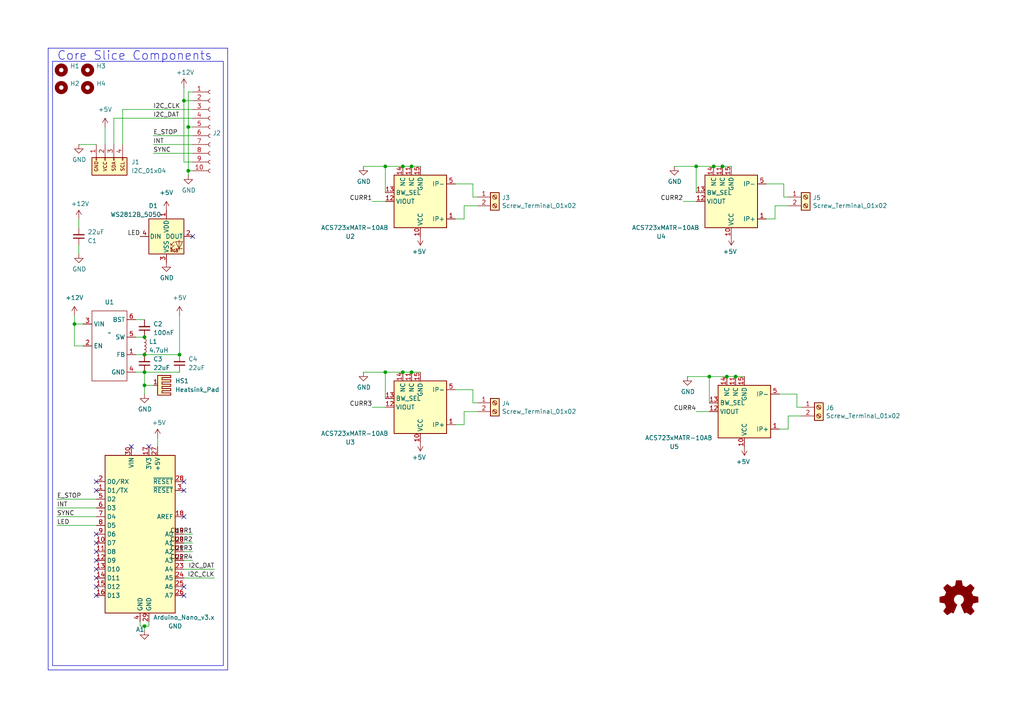
<source format=kicad_sch>
(kicad_sch (version 20231120) (generator "eeschema") (generator_version "8.0")
  (paper "A4")
  (lib_symbols
    (symbol "BREAD_Slice-rescue:+5V-power" (power) (pin_names (offset 0))
      (property "Value" "power_+5V" (at 0 3.556 0))
      (symbol "+5V-power_0_1"
        (polyline (pts (xy -0.762 1.27) (xy 0 2.54)))
        (polyline (pts (xy 0 0) (xy 0 2.54)))
        (polyline (pts (xy 0 2.54) (xy 0.762 1.27)))
      )
      (symbol "+5V-power_1_1"
        (pin power_in line (at 0 0 90) (length 0) hide (name "+5V") (number "1"))
      )
    )
    (symbol "BREAD_Slice-rescue:GND-power" (power) (pin_names (offset 0))
      (property "Value" "power_GND" (at 0 -3.81 0))
      (symbol "GND-power_0_1"
        (polyline (pts (xy 0 0) (xy 0 -1.27) (xy 1.27 -1.27) (xy 0 -2.54) (xy -1.27 -1.27) (xy 0 -1.27)))
      )
      (symbol "GND-power_1_1"
        (pin power_in line (at 0 0 270) (length 0) hide (name "GND") (number "1"))
      )
    )
    (symbol "Connector:Conn_01x10_Female" (pin_names (offset 1.016) hide)
      (property "Reference" "J" (at 0 12.7 0))
      (property "Value" "Conn_01x10_Female" (at 0 -15.24 0))
      (symbol "Conn_01x10_Female_1_1"
        (arc (start 0 -12.192) (mid -0.5058 -12.7) (end 0 -13.208) (stroke (width 0.1524)))
        (arc (start 0 -9.652) (mid -0.5058 -10.16) (end 0 -10.668) (stroke (width 0.1524)))
        (arc (start 0 -7.112) (mid -0.5058 -7.62) (end 0 -8.128) (stroke (width 0.1524)))
        (arc (start 0 -4.572) (mid -0.5058 -5.08) (end 0 -5.588) (stroke (width 0.1524)))
        (arc (start 0 -2.032) (mid -0.5058 -2.54) (end 0 -3.048) (stroke (width 0.1524)))
        (polyline (pts (xy -1.27 -12.7) (xy -0.508 -12.7)) (stroke (width 0.1524)))
        (polyline (pts (xy -1.27 -10.16) (xy -0.508 -10.16)) (stroke (width 0.1524)))
        (polyline (pts (xy -1.27 -7.62) (xy -0.508 -7.62)) (stroke (width 0.1524)))
        (polyline (pts (xy -1.27 -5.08) (xy -0.508 -5.08)) (stroke (width 0.1524)))
        (polyline (pts (xy -1.27 -2.54) (xy -0.508 -2.54)) (stroke (width 0.1524)))
        (polyline (pts (xy -1.27 0) (xy -0.508 0)) (stroke (width 0.1524)))
        (polyline (pts (xy -1.27 2.54) (xy -0.508 2.54)) (stroke (width 0.1524)))
        (polyline (pts (xy -1.27 5.08) (xy -0.508 5.08)) (stroke (width 0.1524)))
        (polyline (pts (xy -1.27 7.62) (xy -0.508 7.62)) (stroke (width 0.1524)))
        (polyline (pts (xy -1.27 10.16) (xy -0.508 10.16)) (stroke (width 0.1524)))
        (arc (start 0 0.508) (mid -0.5058 0) (end 0 -0.508) (stroke (width 0.1524)))
        (arc (start 0 3.048) (mid -0.5058 2.54) (end 0 2.032) (stroke (width 0.1524)))
        (arc (start 0 5.588) (mid -0.5058 5.08) (end 0 4.572) (stroke (width 0.1524)))
        (arc (start 0 8.128) (mid -0.5058 7.62) (end 0 7.112) (stroke (width 0.1524)))
        (arc (start 0 10.668) (mid -0.5058 10.16) (end 0 9.652) (stroke (width 0.1524)))
        (pin passive line (at -5.08 10.16 0) (length 3.81) (name "Pin_1") (number "1"))
        (pin passive line (at -5.08 -12.7 0) (length 3.81) (name "Pin_10") (number "10"))
        (pin passive line (at -5.08 7.62 0) (length 3.81) (name "Pin_2") (number "2"))
        (pin passive line (at -5.08 5.08 0) (length 3.81) (name "Pin_3") (number "3"))
        (pin passive line (at -5.08 2.54 0) (length 3.81) (name "Pin_4") (number "4"))
        (pin passive line (at -5.08 0 0) (length 3.81) (name "Pin_5") (number "5"))
        (pin passive line (at -5.08 -2.54 0) (length 3.81) (name "Pin_6") (number "6"))
        (pin passive line (at -5.08 -5.08 0) (length 3.81) (name "Pin_7") (number "7"))
        (pin passive line (at -5.08 -7.62 0) (length 3.81) (name "Pin_8") (number "8"))
        (pin passive line (at -5.08 -10.16 0) (length 3.81) (name "Pin_9") (number "9"))
      )
    )
    (symbol "Connector:Screw_Terminal_01x02" (pin_names (offset 1.016) hide)
      (property "Reference" "J" (at 0 2.54 0))
      (property "Value" "Screw_Terminal_01x02" (at 0 -5.08 0))
      (symbol "Screw_Terminal_01x02_1_1"
        (rectangle (start -1.27 1.27) (end 1.27 -3.81) (stroke (width 0.254)) (fill (type background)))
        (circle (center 0 -2.54) (radius 0.635) (stroke (width 0.1524)))
        (polyline (pts (xy -0.5334 -2.2098) (xy 0.3302 -3.048)) (stroke (width 0.1524)))
        (polyline (pts (xy -0.5334 0.3302) (xy 0.3302 -0.508)) (stroke (width 0.1524)))
        (polyline (pts (xy -0.3556 -2.032) (xy 0.508 -2.8702)) (stroke (width 0.1524)))
        (polyline (pts (xy -0.3556 0.508) (xy 0.508 -0.3302)) (stroke (width 0.1524)))
        (circle (center 0 0) (radius 0.635) (stroke (width 0.1524)))
        (pin passive line (at -5.08 0 0) (length 3.81) (name "Pin_1") (number "1"))
        (pin passive line (at -5.08 -2.54 0) (length 3.81) (name "Pin_2") (number "2"))
      )
    )
    (symbol "Device:C_Small" (pin_numbers hide) (pin_names (offset 0.254) hide)
      (property "Reference" "C" (at 0.254 1.778 0))
      (property "Value" "C_Small" (at 0.254 -2.032 0))
      (symbol "C_Small_0_1"
        (polyline (pts (xy -1.524 -0.508) (xy 1.524 -0.508)) (stroke (width 0.3302)))
        (polyline (pts (xy -1.524 0.508) (xy 1.524 0.508)) (stroke (width 0.3048)))
      )
      (symbol "C_Small_1_1"
        (pin passive line (at 0 2.54 270) (length 2.032) (name "~") (number "1"))
        (pin passive line (at 0 -2.54 90) (length 2.032) (name "~") (number "2"))
      )
    )
    (symbol "Device:L_Small" (pin_numbers hide) (pin_names (offset 0.254) hide)
      (property "Reference" "L" (at 0.762 1.016 0))
      (property "Value" "L_Small" (at 0.762 -1.016 0))
      (symbol "L_Small_0_1"
        (arc (start 0 -2.032) (mid 0.5058 -1.524) (end 0 -1.016))
        (arc (start 0 -1.016) (mid 0.5058 -0.508) (end 0 0))
        (arc (start 0 0) (mid 0.5058 0.508) (end 0 1.016))
        (arc (start 0 1.016) (mid 0.5058 1.524) (end 0 2.032))
      )
      (symbol "L_Small_1_1"
        (pin passive line (at 0 2.54 270) (length 0.508) (name "~") (number "1"))
        (pin passive line (at 0 -2.54 90) (length 0.508) (name "~") (number "2"))
      )
    )
    (symbol "Graphic:Logo_Open_Hardware_Small" (in_bom no) (on_board no)
      (symbol "Logo_Open_Hardware_Small_0_1"
        (polyline (pts (xy 3.3528 -4.3434) (xy 3.302 -4.318) (xy 3.175 -4.2418) (xy 2.9972 -4.1148) (xy 2.7686 -3.9624) (xy 2.54 -3.81) (xy 2.3622 -3.7084) (xy 2.2352 -3.6068) (xy 2.1844 -3.5814) (xy 2.159 -3.6068) (xy 2.0574 -3.6576) (xy 1.905 -3.7338) (xy 1.8034 -3.7846) (xy 1.6764 -3.8354) (xy 1.6002 -3.8354) (xy 1.6002 -3.8354) (xy 1.5494 -3.7338) (xy 1.4732 -3.5306) (xy 1.3462 -3.302) (xy 1.2446 -3.0226) (xy 1.1176 -2.7178) (xy 0.9652 -2.413) (xy 0.8636 -2.1082) (xy 0.7366 -1.8288) (xy 0.6604 -1.6256) (xy 0.6096 -1.4732) (xy 0.5842 -1.397) (xy 0.5842 -1.397) (xy 0.6604 -1.3208) (xy 0.7874 -1.2446) (xy 1.0414 -1.016) (xy 1.2954 -0.6858) (xy 1.4478 -0.3302) (xy 1.524 0.0762) (xy 1.4732 0.4572) (xy 1.3208 0.8128) (xy 1.0668 1.143) (xy 0.762 1.3716) (xy 0.4064 1.524) (xy 0 1.5748) (xy -0.381 1.5494) (xy -0.7366 1.397) (xy -1.0668 1.143) (xy -1.2192 0.9906) (xy -1.397 0.6604) (xy -1.524 0.3048) (xy -1.524 0.2286) (xy -1.4986 -0.1778) (xy -1.397 -0.5334) (xy -1.1938 -0.8636) (xy -0.9144 -1.143) (xy -0.8636 -1.1684) (xy -0.7366 -1.27) (xy -0.635 -1.3462) (xy -0.5842 -1.397) (xy -1.0668 -2.5908) (xy -1.143 -2.794) (xy -1.2954 -3.1242) (xy -1.397 -3.4036) (xy -1.4986 -3.6322) (xy -1.5748 -3.7846) (xy -1.6002 -3.8354) (xy -1.6002 -3.8354) (xy -1.651 -3.8354) (xy -1.7272 -3.81) (xy -1.905 -3.7338) (xy -2.0066 -3.683) (xy -2.1336 -3.6068) (xy -2.2098 -3.5814) (xy -2.2606 -3.6068) (xy -2.3622 -3.683) (xy -2.54 -3.81) (xy -2.7686 -3.9624) (xy -2.9718 -4.0894) (xy -3.1496 -4.2164) (xy -3.302 -4.318) (xy -3.3528 -4.3434) (xy -3.3782 -4.3434) (xy -3.429 -4.318) (xy -3.5306 -4.2164) (xy -3.7084 -4.064) (xy -3.937 -3.8354) (xy -3.9624 -3.81) (xy -4.1656 -3.6068) (xy -4.318 -3.4544) (xy -4.4196 -3.3274) (xy -4.445 -3.2766) (xy -4.445 -3.2766) (xy -4.4196 -3.2258) (xy -4.318 -3.0734) (xy -4.2164 -2.8956) (xy -4.064 -2.667) (xy -3.6576 -2.0828) (xy -3.8862 -1.5494) (xy -3.937 -1.3716) (xy -4.0386 -1.1684) (xy -4.0894 -1.0414) (xy -4.1148 -0.9652) (xy -4.191 -0.9398) (xy -4.318 -0.9144) (xy -4.5466 -0.8636) (xy -4.8006 -0.8128) (xy -5.0546 -0.7874) (xy -5.2578 -0.7366) (xy -5.4356 -0.7112) (xy -5.5118 -0.6858) (xy -5.5118 -0.6858) (xy -5.5372 -0.635) (xy -5.5372 -0.5588) (xy -5.5372 -0.4318) (xy -5.5626 -0.2286) (xy -5.5626 0.0762) (xy -5.5626 0.127) (xy -5.5372 0.4064) (xy -5.5372 0.635) (xy -5.5372 0.762) (xy -5.5372 0.8382) (xy -5.5372 0.8382) (xy -5.461 0.8382) (xy -5.3086 0.889) (xy -5.08 0.9144) (xy -4.826 0.9652) (xy -4.8006 0.9906) (xy -4.5466 1.0414) (xy -4.318 1.0668) (xy -4.1656 1.1176) (xy -4.0894 1.143) (xy -4.0894 1.143) (xy -4.0386 1.2446) (xy -3.9624 1.4224) (xy -3.8608 1.6256) (xy -3.7846 1.8288) (xy -3.7084 2.0066) (xy -3.6576 2.159) (xy -3.6322 2.2098) (xy -3.6322 2.2098) (xy -3.683 2.286) (xy -3.7592 2.413) (xy -3.8862 2.5908) (xy -4.064 2.8194) (xy -4.064 2.8448) (xy -4.2164 3.0734) (xy -4.3434 3.2512) (xy -4.4196 3.3782) (xy -4.445 3.4544) (xy -4.445 3.4544) (xy -4.3942 3.5052) (xy -4.2926 3.6322) (xy -4.1148 3.81) (xy -3.937 4.0132) (xy -3.8608 4.064) (xy -3.6576 4.2926) (xy -3.5052 4.4196) (xy -3.4036 4.4958) (xy -3.3528 4.5212) (xy -3.3528 4.5212) (xy -3.302 4.4704) (xy -3.1496 4.3688) (xy -2.9718 4.2418) (xy -2.7432 4.0894) (xy -2.7178 4.0894) (xy -2.4892 3.937) (xy -2.3114 3.81) (xy -2.1844 3.7084) (xy -2.1336 3.683) (xy -2.1082 3.683) (xy -2.032 3.7084) (xy -1.8542 3.7592) (xy -1.6764 3.8354) (xy -1.4732 3.937) (xy -1.27 4.0132) (xy -1.143 4.064) (xy -1.0668 4.1148) (xy -1.0668 4.1148) (xy -1.0414 4.191) (xy -1.016 4.3434) (xy -0.9652 4.572) (xy -0.9144 4.8514) (xy -0.889 4.9022) (xy -0.8382 5.1562) (xy -0.8128 5.3848) (xy -0.7874 5.5372) (xy -0.762 5.588) (xy -0.7112 5.6134) (xy -0.5842 5.6134) (xy -0.4064 5.6134) (xy -0.1524 5.6134) (xy 0.0762 5.6134) (xy 0.3302 5.6134) (xy 0.5334 5.6134) (xy 0.6858 5.588) (xy 0.7366 5.588) (xy 0.7366 5.588) (xy 0.762 5.5118) (xy 0.8128 5.334) (xy 0.8382 5.1054) (xy 0.9144 4.826) (xy 0.9144 4.7752) (xy 0.9652 4.5212) (xy 1.016 4.2926) (xy 1.0414 4.1402) (xy 1.0668 4.0894) (xy 1.0668 4.0894) (xy 1.1938 4.0386) (xy 1.3716 3.9624) (xy 1.5748 3.8608) (xy 2.0828 3.6576) (xy 2.7178 4.0894) (xy 2.7686 4.1402) (xy 2.9972 4.2926) (xy 3.175 4.4196) (xy 3.302 4.4958) (xy 3.3782 4.5212) (xy 3.3782 4.5212) (xy 3.429 4.4704) (xy 3.556 4.3434) (xy 3.7338 4.191) (xy 3.9116 3.9878) (xy 4.064 3.8354) (xy 4.2418 3.6576) (xy 4.3434 3.556) (xy 4.4196 3.4798) (xy 4.4196 3.429) (xy 4.4196 3.4036) (xy 4.3942 3.3274) (xy 4.2926 3.2004) (xy 4.1656 2.9972) (xy 4.0132 2.794) (xy 3.8862 2.5908) (xy 3.7592 2.3876) (xy 3.6576 2.2352) (xy 3.6322 2.159) (xy 3.6322 2.1336) (xy 3.683 2.0066) (xy 3.7592 1.8288) (xy 3.8608 1.6002) (xy 4.064 1.1176) (xy 4.3942 1.0414) (xy 4.5974 1.016) (xy 4.8768 0.9652) (xy 5.1308 0.9144) (xy 5.5372 0.8382) (xy 5.5626 -0.6604) (xy 5.4864 -0.6858) (xy 5.4356 -0.6858) (xy 5.2832 -0.7366) (xy 5.0546 -0.762) (xy 4.8006 -0.8128) (xy 4.5974 -0.8636) (xy 4.3688 -0.9144) (xy 4.2164 -0.9398) (xy 4.1402 -0.9398) (xy 4.1148 -0.9652) (xy 4.064 -1.0668) (xy 3.9878 -1.2446) (xy 3.9116 -1.4478) (xy 3.81 -1.651) (xy 3.7338 -1.8542) (xy 3.683 -2.0066) (xy 3.6576 -2.0828) (xy 3.683 -2.1336) (xy 3.7846 -2.2606) (xy 3.8862 -2.4638) (xy 4.0386 -2.667) (xy 4.191 -2.8956) (xy 4.318 -3.0734) (xy 4.3942 -3.2004) (xy 4.445 -3.2766) (xy 4.4196 -3.3274) (xy 4.3434 -3.429) (xy 4.1656 -3.5814) (xy 3.937 -3.8354) (xy 3.8862 -3.8608) (xy 3.683 -4.064) (xy 3.5306 -4.2164) (xy 3.4036 -4.318) (xy 3.3528 -4.3434)) (fill (type outline)))
      )
    )
    (symbol "MCU_Module:Arduino_Nano_v3.x"
      (property "Reference" "A" (at -10.16 23.495 0))
      (property "Value" "Arduino_Nano_v3.x" (at 5.08 -24.13 0))
      (symbol "Arduino_Nano_v3.x_0_1"
        (rectangle (start -10.16 22.86) (end 10.16 -22.86) (stroke (width 0.254)) (fill (type background)))
      )
      (symbol "Arduino_Nano_v3.x_1_1"
        (pin bidirectional line (at -12.7 12.7 0) (length 2.54) (name "D1/TX") (number "1"))
        (pin bidirectional line (at -12.7 -2.54 0) (length 2.54) (name "D7") (number "10"))
        (pin bidirectional line (at -12.7 -5.08 0) (length 2.54) (name "D8") (number "11"))
        (pin bidirectional line (at -12.7 -7.62 0) (length 2.54) (name "D9") (number "12"))
        (pin bidirectional line (at -12.7 -10.16 0) (length 2.54) (name "D10") (number "13"))
        (pin bidirectional line (at -12.7 -12.7 0) (length 2.54) (name "D11") (number "14"))
        (pin bidirectional line (at -12.7 -15.24 0) (length 2.54) (name "D12") (number "15"))
        (pin bidirectional line (at -12.7 -17.78 0) (length 2.54) (name "D13") (number "16"))
        (pin power_out line (at 2.54 25.4 270) (length 2.54) (name "3V3") (number "17"))
        (pin input line (at 12.7 5.08 180) (length 2.54) (name "AREF") (number "18"))
        (pin bidirectional line (at 12.7 0 180) (length 2.54) (name "A0") (number "19"))
        (pin bidirectional line (at -12.7 15.24 0) (length 2.54) (name "D0/RX") (number "2"))
        (pin bidirectional line (at 12.7 -2.54 180) (length 2.54) (name "A1") (number "20"))
        (pin bidirectional line (at 12.7 -5.08 180) (length 2.54) (name "A2") (number "21"))
        (pin bidirectional line (at 12.7 -7.62 180) (length 2.54) (name "A3") (number "22"))
        (pin bidirectional line (at 12.7 -10.16 180) (length 2.54) (name "A4") (number "23"))
        (pin bidirectional line (at 12.7 -12.7 180) (length 2.54) (name "A5") (number "24"))
        (pin bidirectional line (at 12.7 -15.24 180) (length 2.54) (name "A6") (number "25"))
        (pin bidirectional line (at 12.7 -17.78 180) (length 2.54) (name "A7") (number "26"))
        (pin power_out line (at 5.08 25.4 270) (length 2.54) (name "+5V") (number "27"))
        (pin input line (at 12.7 15.24 180) (length 2.54) (name "~{RESET}") (number "28"))
        (pin power_in line (at 2.54 -25.4 90) (length 2.54) (name "GND") (number "29"))
        (pin input line (at 12.7 12.7 180) (length 2.54) (name "~{RESET}") (number "3"))
        (pin power_in line (at -2.54 25.4 270) (length 2.54) (name "VIN") (number "30"))
        (pin power_in line (at 0 -25.4 90) (length 2.54) (name "GND") (number "4"))
        (pin bidirectional line (at -12.7 10.16 0) (length 2.54) (name "D2") (number "5"))
        (pin bidirectional line (at -12.7 7.62 0) (length 2.54) (name "D3") (number "6"))
        (pin bidirectional line (at -12.7 5.08 0) (length 2.54) (name "D4") (number "7"))
        (pin bidirectional line (at -12.7 2.54 0) (length 2.54) (name "D5") (number "8"))
        (pin bidirectional line (at -12.7 0 0) (length 2.54) (name "D6") (number "9"))
      )
    )
    (symbol "Mechanical:Heatsink_Pad" (pin_names (offset 0))
      (property "Reference" "HS" (at 0 5.715 0))
      (property "Value" "Heatsink_Pad" (at 0 3.81 0))
      (symbol "Heatsink_Pad_0_1"
        (polyline (pts (xy -0.3302 0) (xy -0.9652 0) (xy -0.9652 2.54) (xy -1.6002 2.54) (xy -1.6002 0) (xy -2.2352 0) (xy -2.2352 2.54) (xy -2.8702 2.54) (xy -2.8702 -1.27) (xy -0.9652 -1.27)) (stroke (width 0.254)) (fill (type background)))
        (polyline (pts (xy -0.3302 0) (xy -0.3302 2.54) (xy 0.3048 2.54) (xy 0.3048 0) (xy 0.9398 0) (xy 0.9398 2.54) (xy 1.5748 2.54) (xy 1.5748 0) (xy 2.2098 0) (xy 2.2098 2.54) (xy 2.8448 2.54) (xy 2.8448 -1.27) (xy -0.9652 -1.27)) (stroke (width 0.254)) (fill (type background)))
      )
      (symbol "Heatsink_Pad_1_1"
        (pin passive line (at 0 -2.54 90) (length 1.27) (name "~") (number "1"))
      )
    )
    (symbol "Mechanical:MountingHole" (pin_names (offset 1.016))
      (property "Reference" "H" (at 0 5.08 0))
      (property "Value" "MountingHole" (at 0 3.175 0))
      (symbol "MountingHole_0_1"
        (circle (center 0 0) (radius 1.27) (stroke (width 1.27)))
      )
    )
    (symbol "Sensor_Current:ACS723xMATR-10AB"
      (property "Reference" "U" (at 8.89 6.35 0))
      (property "Value" "ACS723xMATR-10AB" (at 8.89 3.81 0))
      (symbol "ACS723xMATR-10AB_0_1"
        (rectangle (start -7.62 7.62) (end 7.62 -7.62) (stroke (width 0.254)) (fill (type background)))
      )
      (symbol "ACS723xMATR-10AB_1_1"
        (pin passive line (at -10.16 5.08 0) (length 2.54) (name "IP+") (number "1"))
        (pin power_in line (at 0 10.16 270) (length 2.54) (name "VCC") (number "10"))
        (pin passive line (at 2.54 -10.16 90) (length 2.54) (name "NC") (number "11"))
        (pin output line (at 10.16 0 180) (length 2.54) (name "VIOUT") (number "12"))
        (pin input line (at 10.16 -2.54 180) (length 2.54) (name "BW_SEL") (number "13"))
        (pin passive line (at 5.08 -10.16 90) (length 2.54) (name "NC") (number "14"))
        (pin power_in line (at 0 -10.16 90) (length 2.54) (name "GND") (number "15"))
        (pin no_connect line (at 7.62 2.54 180) (length 2.54) hide (name "NC") (number "16"))
        (pin passive line (at -10.16 5.08 0) (length 2.54) hide (name "IP+") (number "2"))
        (pin passive line (at -10.16 5.08 0) (length 2.54) hide (name "IP+") (number "3"))
        (pin passive line (at -10.16 5.08 0) (length 2.54) hide (name "IP+") (number "4"))
        (pin passive line (at -10.16 -5.08 0) (length 2.54) (name "IP-") (number "5"))
        (pin passive line (at -10.16 -5.08 0) (length 2.54) hide (name "IP-") (number "6"))
        (pin passive line (at -10.16 -5.08 0) (length 2.54) hide (name "IP-") (number "7"))
        (pin passive line (at -10.16 -5.08 0) (length 2.54) hide (name "IP-") (number "8"))
        (pin no_connect line (at 7.62 5.08 180) (length 2.54) hide (name "NC") (number "9"))
      )
    )
    (symbol "SparkFun-Connector:I2C_01x04" (pin_names (offset 1.016) hide)
      (property "Reference" "J" (at 0 5.08 0))
      (property "Value" "I2C_01x04" (at 0 -7.62 0))
      (symbol "I2C_01x04_1_1"
        (rectangle (start -1.27 -4.953) (end -0.508 -5.207) (stroke (width 0.1524)))
        (rectangle (start -1.27 -2.413) (end -0.508 -2.667) (stroke (width 0.1524)))
        (rectangle (start -1.27 0.127) (end -0.508 -0.127) (stroke (width 0.1524)))
        (rectangle (start -1.27 2.667) (end -0.508 2.413) (stroke (width 0.1524)))
        (rectangle (start -1.27 3.81) (end 3.81 -6.35) (stroke (width 0.254)) (fill (type background)))
        (text "GND" (at 1.27 -5.08 0) (effects (font (size 1 1))))
        (text "SCL" (at 1.27 2.54 0) (effects (font (size 1 1))))
        (text "SDA" (at 1.27 0 0) (effects (font (size 1 1))))
        (text "VCC" (at 1.27 -2.54 0) (effects (font (size 1 1))))
        (pin passive line (at -5.08 -5.08 0) (length 3.81) (name "Pin_1") (number "1"))
        (pin passive line (at -5.08 -2.54 0) (length 3.81) (name "Pin_2") (number "2"))
        (pin passive line (at -5.08 0 0) (length 3.81) (name "Pin_3") (number "3"))
        (pin passive line (at -5.08 2.54 0) (length 3.81) (name "Pin_4") (number "4"))
      )
    )
    (symbol "SparkFun-DiscreteSemi:AP63205"
      (property "Reference" "U" (at 0 7.62 0))
      (symbol "AP63205_0_1"
        (rectangle (start -5.08 6.35) (end 5.08 -13.97))
      )
      (symbol "AP63205_1_1"
        (pin input line (at 7.62 -6.35 180) (length 2.54) (name "FB") (number "1"))
        (pin input line (at -7.62 -3.81 0) (length 2.54) (name "EN") (number "2"))
        (pin input line (at -7.62 2.54 0) (length 2.54) (name "VIN") (number "3"))
        (pin input line (at 7.62 -11.43 180) (length 2.54) (name "GND") (number "4"))
        (pin input line (at 7.62 -1.27 180) (length 2.54) (name "SW") (number "5"))
        (pin input line (at 7.62 3.81 180) (length 2.54) (name "BST") (number "6"))
      )
    )
    (symbol "SparkFun-LED:WS2812B_5050" (pin_names (offset 0.254))
      (property "Reference" "D" (at 5.08 5.715 0))
      (property "Value" "WS2812B_5050" (at 1.27 -5.715 0))
      (symbol "WS2812B_5050_0_0"
        (text "RGB" (at 2.286 -4.191 0) (effects (font (size 0.762 0.762))))
      )
      (symbol "WS2812B_5050_0_1"
        (polyline (pts (xy 1.27 -3.556) (xy 1.778 -3.556)))
        (polyline (pts (xy 1.27 -2.54) (xy 1.778 -2.54)))
        (polyline (pts (xy 4.699 -3.556) (xy 2.667 -3.556)))
        (polyline (pts (xy 2.286 -2.54) (xy 1.27 -3.556) (xy 1.27 -3.048)))
        (polyline (pts (xy 2.286 -1.524) (xy 1.27 -2.54) (xy 1.27 -2.032)))
        (polyline (pts (xy 3.683 -1.016) (xy 3.683 -3.556) (xy 3.683 -4.064)))
        (polyline (pts (xy 4.699 -1.524) (xy 2.667 -1.524) (xy 3.683 -3.556) (xy 4.699 -1.524)))
        (rectangle (start 5.08 5.08) (end -5.08 -5.08) (stroke (width 0.254)) (fill (type background)))
      )
      (symbol "WS2812B_5050_1_1"
        (pin power_in line (at 0 7.62 270) (length 2.54) (name "VDD") (number "1"))
        (pin output line (at 7.62 0 180) (length 2.54) (name "DOUT") (number "2"))
        (pin power_in line (at 0 -7.62 90) (length 2.54) (name "VSS") (number "3"))
        (pin input line (at -7.62 0 0) (length 2.54) (name "DIN") (number "4"))
      )
    )
    (symbol "power:+12V" (power) (pin_names (offset 0))
      (property "Value" "+12V" (at 0 3.556 0))
      (symbol "+12V_0_1"
        (polyline (pts (xy -0.762 1.27) (xy 0 2.54)))
        (polyline (pts (xy 0 0) (xy 0 2.54)))
        (polyline (pts (xy 0 2.54) (xy 0.762 1.27)))
      )
      (symbol "+12V_1_1"
        (pin power_in line (at 0 0 90) (length 0) hide (name "+12V") (number "1"))
      )
    )
    (symbol "power:+5V" (power) (pin_names (offset 0))
      (property "Value" "+5V" (at 0 3.556 0))
      (symbol "+5V_0_1"
        (polyline (pts (xy -0.762 1.27) (xy 0 2.54)))
        (polyline (pts (xy 0 0) (xy 0 2.54)))
        (polyline (pts (xy 0 2.54) (xy 0.762 1.27)))
      )
      (symbol "+5V_1_1"
        (pin power_in line (at 0 0 90) (length 0) hide (name "+5V") (number "1"))
      )
    )
    (symbol "power:GND" (power) (pin_names (offset 0))
      (property "Value" "GND" (at 0 -3.81 0))
      (symbol "GND_0_1"
        (polyline (pts (xy 0 0) (xy 0 -1.27) (xy 1.27 -1.27) (xy 0 -2.54) (xy -1.27 -1.27) (xy 0 -1.27)))
      )
      (symbol "GND_1_1"
        (pin power_in line (at 0 0 270) (length 0) hide (name "GND") (number "1"))
      )
    )
  )
  (junction (at 54.61 49.53))
  (junction (at 111.76 107.95))
  (junction (at 41.91 107.95))
  (junction (at 111.76 48.26))
  (junction (at 209.55 48.26))
  (junction (at 205.74 109.22))
  (junction (at 41.91 111.76))
  (junction (at 41.91 102.87))
  (junction (at 53.34 29.21))
  (junction (at 210.82 109.22))
  (junction (at 41.91 181.61))
  (junction (at 54.61 36.83))
  (junction (at 119.38 107.95))
  (junction (at 201.93 48.26))
  (junction (at 207.01 48.26))
  (junction (at 213.36 109.22))
  (junction (at 52.07 102.87))
  (junction (at 41.91 97.79))
  (junction (at 116.84 48.26))
  (junction (at 119.38 48.26))
  (junction (at 116.84 107.95))
  (junction (at 21.59 93.98))
  (no_connect (at 27.94 157.48))
  (no_connect (at 53.34 149.86))
  (no_connect (at 27.94 167.64))
  (no_connect (at 27.94 142.24))
  (no_connect (at 27.94 170.18))
  (no_connect (at 27.94 165.1))
  (no_connect (at 27.94 154.94))
  (no_connect (at 27.94 162.56))
  (no_connect (at 27.94 139.7))
  (no_connect (at 38.1 129.54))
  (no_connect (at 43.18 129.54))
  (no_connect (at 27.94 160.02))
  (no_connect (at 53.34 172.72))
  (no_connect (at 53.34 170.18))
  (no_connect (at 53.34 139.7))
  (no_connect (at 27.94 172.72))
  (no_connect (at 53.34 142.24))
  (no_connect (at 55.88 68.58))
  (wire (pts (xy 137.16 116.84) (xy 137.16 113.03)))
  (polyline (pts (xy 66.04 194.31) (xy 66.04 13.97)))
  (wire (pts (xy 53.34 160.02) (xy 55.88 160.02)))
  (wire (pts (xy 43.18 181.61) (xy 43.18 180.34)))
  (wire (pts (xy 111.76 118.11) (xy 107.95 118.11)))
  (wire (pts (xy 207.01 48.26) (xy 209.55 48.26)))
  (wire (pts (xy 205.74 109.22) (xy 210.82 109.22)))
  (wire (pts (xy 116.84 48.26) (xy 119.38 48.26)))
  (polyline (pts (xy 66.04 13.97) (xy 13.97 13.97)))
  (wire (pts (xy 22.86 71.12) (xy 22.86 73.66)))
  (wire (pts (xy 201.93 48.26) (xy 207.01 48.26)))
  (wire (pts (xy 41.91 181.61) (xy 43.18 181.61)))
  (wire (pts (xy 213.36 109.22) (xy 215.9 109.22)))
  (wire (pts (xy 232.41 118.11) (xy 231.14 118.11)))
  (wire (pts (xy 21.59 100.33) (xy 21.59 93.98)))
  (wire (pts (xy 224.79 59.69) (xy 224.79 63.5)))
  (wire (pts (xy 111.76 107.95) (xy 116.84 107.95)))
  (wire (pts (xy 111.76 58.42) (xy 107.95 58.42)))
  (wire (pts (xy 44.45 41.91) (xy 55.88 41.91)))
  (wire (pts (xy 111.76 115.57) (xy 111.76 107.95)))
  (polyline (pts (xy 13.97 13.97) (xy 13.97 194.31)))
  (wire (pts (xy 53.34 29.21) (xy 55.88 29.21)))
  (wire (pts (xy 116.84 107.95) (xy 119.38 107.95)))
  (wire (pts (xy 53.34 162.56) (xy 55.88 162.56)))
  (wire (pts (xy 205.74 116.84) (xy 205.74 109.22)))
  (wire (pts (xy 227.33 57.15) (xy 227.33 53.34)))
  (wire (pts (xy 39.37 92.71) (xy 41.91 92.71)))
  (wire (pts (xy 138.43 59.69) (xy 134.62 59.69)))
  (polyline (pts (xy 13.97 194.31) (xy 66.04 194.31)))
  (wire (pts (xy 53.34 25.4) (xy 53.34 29.21)))
  (wire (pts (xy 22.86 41.91) (xy 27.94 41.91)))
  (wire (pts (xy 54.61 49.53) (xy 54.61 36.83)))
  (wire (pts (xy 111.76 107.95) (xy 105.41 107.95)))
  (wire (pts (xy 205.74 109.22) (xy 199.39 109.22)))
  (wire (pts (xy 55.88 39.37) (xy 44.45 39.37)))
  (polyline (pts (xy 64.77 17.78) (xy 15.24 17.78)))
  (wire (pts (xy 138.43 57.15) (xy 137.16 57.15)))
  (wire (pts (xy 201.93 58.42) (xy 198.12 58.42)))
  (wire (pts (xy 55.88 46.99) (xy 53.34 46.99)))
  (wire (pts (xy 44.45 44.45) (xy 55.88 44.45)))
  (wire (pts (xy 201.93 48.26) (xy 195.58 48.26)))
  (wire (pts (xy 224.79 63.5) (xy 222.25 63.5)))
  (wire (pts (xy 35.56 31.75) (xy 55.88 31.75)))
  (wire (pts (xy 16.51 149.86) (xy 27.94 149.86)))
  (wire (pts (xy 39.37 97.79) (xy 41.91 97.79)))
  (wire (pts (xy 111.76 55.88) (xy 111.76 48.26)))
  (wire (pts (xy 210.82 109.22) (xy 213.36 109.22)))
  (wire (pts (xy 33.02 34.29) (xy 55.88 34.29)))
  (wire (pts (xy 52.07 102.87) (xy 52.07 91.44)))
  (wire (pts (xy 209.55 48.26) (xy 212.09 48.26)))
  (wire (pts (xy 45.72 127) (xy 45.72 129.54)))
  (wire (pts (xy 53.34 154.94) (xy 55.88 154.94)))
  (wire (pts (xy 134.62 63.5) (xy 132.08 63.5)))
  (wire (pts (xy 40.64 180.34) (xy 40.64 181.61)))
  (wire (pts (xy 39.37 107.95) (xy 41.91 107.95)))
  (wire (pts (xy 228.6 124.46) (xy 226.06 124.46)))
  (wire (pts (xy 21.59 100.33) (xy 24.13 100.33)))
  (wire (pts (xy 134.62 59.69) (xy 134.62 63.5)))
  (wire (pts (xy 134.62 119.38) (xy 134.62 123.19)))
  (wire (pts (xy 119.38 48.26) (xy 121.92 48.26)))
  (wire (pts (xy 41.91 107.95) (xy 52.07 107.95)))
  (wire (pts (xy 201.93 55.88) (xy 201.93 48.26)))
  (wire (pts (xy 138.43 116.84) (xy 137.16 116.84)))
  (polyline (pts (xy 64.77 193.04) (xy 64.77 17.78)))
  (wire (pts (xy 228.6 59.69) (xy 224.79 59.69)))
  (wire (pts (xy 54.61 26.67) (xy 55.88 26.67)))
  (wire (pts (xy 22.86 63.5) (xy 22.86 66.04)))
  (wire (pts (xy 44.45 111.76) (xy 41.91 111.76)))
  (wire (pts (xy 134.62 123.19) (xy 132.08 123.19)))
  (wire (pts (xy 228.6 57.15) (xy 227.33 57.15)))
  (wire (pts (xy 231.14 114.3) (xy 226.06 114.3)))
  (wire (pts (xy 138.43 119.38) (xy 134.62 119.38)))
  (wire (pts (xy 205.74 119.38) (xy 201.93 119.38)))
  (polyline (pts (xy 15.24 193.04) (xy 64.77 193.04)))
  (wire (pts (xy 137.16 113.03) (xy 132.08 113.03)))
  (wire (pts (xy 55.88 36.83) (xy 54.61 36.83)))
  (wire (pts (xy 16.51 152.4) (xy 27.94 152.4)))
  (wire (pts (xy 40.64 181.61) (xy 41.91 181.61)))
  (wire (pts (xy 41.91 102.87) (xy 52.07 102.87)))
  (wire (pts (xy 41.91 181.61) (xy 41.91 182.88)))
  (wire (pts (xy 27.94 144.78) (xy 16.51 144.78)))
  (wire (pts (xy 231.14 118.11) (xy 231.14 114.3)))
  (wire (pts (xy 228.6 120.65) (xy 228.6 124.46)))
  (wire (pts (xy 119.38 107.95) (xy 121.92 107.95)))
  (wire (pts (xy 53.34 46.99) (xy 53.34 29.21)))
  (wire (pts (xy 54.61 50.8) (xy 54.61 49.53)))
  (wire (pts (xy 232.41 120.65) (xy 228.6 120.65)))
  (wire (pts (xy 111.76 48.26) (xy 116.84 48.26)))
  (wire (pts (xy 16.51 147.32) (xy 27.94 147.32)))
  (wire (pts (xy 53.34 167.64) (xy 62.23 167.64)))
  (wire (pts (xy 227.33 53.34) (xy 222.25 53.34)))
  (wire (pts (xy 39.37 102.87) (xy 41.91 102.87)))
  (wire (pts (xy 54.61 36.83) (xy 54.61 26.67)))
  (wire (pts (xy 62.23 165.1) (xy 53.34 165.1)))
  (wire (pts (xy 33.02 41.91) (xy 33.02 34.29)))
  (wire (pts (xy 137.16 57.15) (xy 137.16 53.34)))
  (wire (pts (xy 55.88 49.53) (xy 54.61 49.53)))
  (wire (pts (xy 35.56 41.91) (xy 35.56 31.75)))
  (wire (pts (xy 111.76 48.26) (xy 105.41 48.26)))
  (wire (pts (xy 137.16 53.34) (xy 132.08 53.34)))
  (wire (pts (xy 41.91 111.76) (xy 41.91 107.95)))
  (wire (pts (xy 21.59 93.98) (xy 24.13 93.98)))
  (wire (pts (xy 41.91 114.3) (xy 41.91 111.76)))
  (wire (pts (xy 30.48 36.83) (xy 30.48 41.91)))
  (wire (pts (xy 21.59 91.44) (xy 21.59 93.98)))
  (wire (pts (xy 53.34 157.48) (xy 55.88 157.48)))
  (polyline (pts (xy 15.24 17.78) (xy 15.24 193.04)))
  (text "Core Slice Components" (at 16.51 17.78 0) (effects (font (size 2.54 2.54)) (justify left bottom)))
  (label "LED" (at 40.64 68.58 180))
  (label "CURR4" (at 55.88 162.56 180))
  (label "LED" (at 16.51 152.4 0))
  (label "I2C_CLK" (at 44.45 31.75 0))
  (label "I2C_DAT" (at 44.45 34.29 0))
  (label "E_STOP" (at 16.51 144.78 0))
  (label "E_STOP" (at 44.45 39.37 0))
  (label "CURR3" (at 107.95 118.11 180))
  (label "INT" (at 16.51 147.32 0))
  (label "CURR1" (at 107.95 58.42 180))
  (label "CURR3" (at 55.88 160.02 180))
  (label "CURR2" (at 198.12 58.42 180))
  (label "SYNC" (at 16.51 149.86 0))
  (label "SYNC" (at 44.45 44.45 0))
  (label "CURR4" (at 201.93 119.38 180))
  (label "I2C_DAT" (at 62.23 165.1 180))
  (label "INT" (at 44.45 41.91 0))
  (label "CURR2" (at 55.88 157.48 180))
  (label "I2C_CLK" (at 62.23 167.64 180))
  (label "CURR1" (at 55.88 154.94 180))
  (symbol (lib_id "power:GND") (at 41.91 182.88 0) (unit 1)
    (property "Reference" "#PWR07" (effects (hide yes)))
    (property "Value" "GND" (at 50.8 181.61 0))
  )
  (symbol (lib_id "power:+5V") (at 45.72 127 0) (unit 1)
    (property "Reference" "#PWR08" (effects (hide yes)))
    (property "Value" "+5V" (at 46.101 122.6058 0))
  )
  (symbol (lib_id "power:GND") (at 22.86 73.66 0) (unit 1)
    (property "Reference" "#PWR04" (effects (hide yes)))
    (property "Value" "GND" (at 22.987 78.0542 0))
  )
  (symbol (lib_id "Mechanical:MountingHole") (at 17.78 20.32 0) (unit 1)
    (property "Reference" "H1" (at 20.32 19.1516 0) (effects (justify left)))
    (property "Value" "MountingHole" (effects (hide yes)))
    (property "Footprint" "MountingHole:MountingHole_5mm" (effects (hide yes)))
  )
  (symbol (lib_id "Mechanical:MountingHole") (at 17.78 25.4 0) (unit 1)
    (property "Reference" "H2" (at 20.32 24.2316 0) (effects (justify left)))
    (property "Value" "MountingHole" (effects (hide yes)))
    (property "Footprint" "MountingHole:MountingHole_5mm" (effects (hide yes)))
  )
  (symbol (lib_id "Mechanical:MountingHole") (at 25.4 20.32 0) (unit 1)
    (property "Reference" "H3" (at 27.94 19.1516 0) (effects (justify left)))
    (property "Value" "MountingHole" (effects (hide yes)))
    (property "Footprint" "MountingHole:MountingHole_5mm" (effects (hide yes)))
  )
  (symbol (lib_id "Mechanical:MountingHole") (at 25.4 25.4 0) (unit 1)
    (property "Reference" "H4" (at 27.94 24.2316 0) (effects (justify left)))
    (property "Value" "MountingHole" (effects (hide yes)))
    (property "Footprint" "MountingHole:MountingHole_5mm" (effects (hide yes)))
  )
  (symbol (lib_id "MCU_Module:Arduino_Nano_v3.x") (at 40.64 154.94 0) (unit 1)
    (property "Reference" "A1" (at 40.64 182.6006 0))
    (property "Value" "Arduino_Nano_v3.x" (at 53.34 179.07 0))
    (property "Footprint" "Module:Arduino_Nano" (effects (hide yes)))
    (property "Datasheet" "http://www.mouser.com/pdfdocs/Gravitech_Arduino_Nano3_0.pdf" (effects (hide yes)))
  )
  (symbol (lib_id "Graphic:Logo_Open_Hardware_Small") (at 278.13 173.99 0) (unit 1) (exclude_from_sim yes)
    (property "Reference" "#SYM1" (effects (hide yes)))
    (property "Value" "Logo_Open_Hardware_Small" (effects (hide yes)))
    (property "Footprint" "Symbol:OSHW-Symbol_6.7x6mm_SilkScreen" (effects (hide yes)))
  )
  (symbol (lib_id "Connector:Conn_01x10_Female") (at 60.96 36.83 0) (unit 1)
    (property "Reference" "J2" (at 61.6712 38.608 0) (effects (justify left)))
    (property "Value" "Conn_01x10_Female" (effects (hide yes)))
    (property "Footprint" "Connector_PinSocket_2.54mm:PinSocket_1x10_P2.54mm_Horizontal" (effects (hide yes)))
  )
  (symbol (lib_id "power:+12V") (at 53.34 25.4 0) (unit 1)
    (property "Reference" "#PWR012" (effects (hide yes)))
    (property "Value" "+12V" (at 53.721 21.0058 0))
  )
  (symbol (lib_id "power:GND") (at 54.61 50.8 0) (unit 1)
    (property "Reference" "#PWR013" (effects (hide yes)))
    (property "Value" "GND" (at 54.737 55.1942 0))
  )
  (symbol (lib_id "power:+12V") (at 22.86 63.5 0) (unit 1)
    (property "Reference" "#PWR03" (effects (hide yes)))
    (property "Value" "+12V" (at 23.241 59.1058 0))
  )
  (symbol (lib_id "BREAD_Slice-rescue:+5V-power") (at 121.92 68.58 180) (unit 1)
    (property "Reference" "#PWR016" (effects (hide yes)))
    (property "Value" "+5V" (at 121.539 72.9742 0))
  )
  (symbol (lib_id "BREAD_Slice-rescue:GND-power") (at 105.41 48.26 0) (unit 1)
    (property "Reference" "#PWR014" (effects (hide yes)))
    (property "Value" "GND" (at 105.537 52.6542 0))
  )
  (symbol (lib_id "Device:C_Small") (at 41.91 95.25 180) (unit 1)
    (property "Reference" "C2" (at 44.45 93.9736 0) (effects (justify right)))
    (property "Value" "100nF" (at 44.45 96.5136 0) (effects (justify right)))
    (property "Footprint" "Capacitor_SMD:C_1206_3216Metric" (effects (hide yes)))
  )
  (symbol (lib_id "power:+12V") (at 21.59 91.44 0) (unit 1)
    (property "Reference" "#PWR01" (effects (hide yes)))
    (property "Value" "+12V" (at 21.59 86.36 0))
  )
  (symbol (lib_id "Sensor_Current:ACS723xMATR-10AB") (at 212.09 58.42 180) (unit 1)
    (property "Reference" "U4" (at 191.77 68.58 0))
    (property "Value" "ACS723xMATR-10AB" (at 193.04 66.04 0))
    (property "Footprint" "Package_SO:SOIC-16W_7.5x10.3mm_P1.27mm" (effects (hide yes)))
    (property "Datasheet" "http://www.allegromicro.com/~/media/Files/Datasheets/ACS723KMA-Datasheet.ashx?la=en" (effects (hide yes)))
  )
  (symbol (lib_id "Device:C_Small") (at 41.91 105.41 180) (unit 1)
    (property "Reference" "C3" (at 44.45 104.1336 0) (effects (justify right)))
    (property "Value" "22uF" (at 44.45 106.6736 0) (effects (justify right)))
    (property "Footprint" "Capacitor_SMD:C_1206_3216Metric" (effects (hide yes)))
  )
  (symbol (lib_id "Connector:Screw_Terminal_01x02") (at 143.51 116.84 0) (unit 1)
    (property "Reference" "J4" (at 145.542 117.0432 0) (effects (justify left)))
    (property "Value" "Screw_Terminal_01x02" (at 145.542 119.3546 0) (effects (justify left)))
    (property "Footprint" "TerminalBlock_TE-Connectivity:TerminalBlock_TE_282834-2_1x02_P2.54mm_Horizontal" (effects (hide yes)))
  )
  (symbol (lib_id "Sensor_Current:ACS723xMATR-10AB") (at 121.92 118.11 180) (unit 1)
    (property "Reference" "U3" (at 101.6 128.27 0))
    (property "Value" "ACS723xMATR-10AB" (at 102.87 125.73 0))
    (property "Footprint" "Package_SO:SOIC-16W_7.5x10.3mm_P1.27mm" (effects (hide yes)))
    (property "Datasheet" "http://www.allegromicro.com/~/media/Files/Datasheets/ACS723KMA-Datasheet.ashx?la=en" (effects (hide yes)))
  )
  (symbol (lib_id "BREAD_Slice-rescue:GND-power") (at 105.41 107.95 0) (unit 1)
    (property "Reference" "#PWR015" (effects (hide yes)))
    (property "Value" "GND" (at 105.537 112.3442 0))
  )
  (symbol (lib_id "SparkFun-DiscreteSemi:AP63205") (at 31.75 96.52 0) (unit 1)
    (property "Reference" "U1" (at 31.75 87.63 0))
    (property "Value" "~" (at 31.75 96.52 0))
    (property "Footprint" "Package_TO_SOT_SMD:TSOT-23-6" (effects (hide yes)))
  )
  (symbol (lib_id "BREAD_Slice-rescue:GND-power") (at 195.58 48.26 0) (unit 1)
    (property "Reference" "#PWR018" (effects (hide yes)))
    (property "Value" "GND" (at 195.707 52.6542 0))
  )
  (symbol (lib_id "BREAD_Slice-rescue:+5V-power") (at 215.9 129.54 180) (unit 1)
    (property "Reference" "#PWR021" (effects (hide yes)))
    (property "Value" "+5V" (at 215.519 133.9342 0))
  )
  (symbol (lib_id "power:GND") (at 41.91 114.3 0) (unit 1)
    (property "Reference" "#PWR06" (effects (hide yes)))
    (property "Value" "GND" (at 42.037 118.6942 0))
  )
  (symbol (lib_id "Mechanical:Heatsink_Pad") (at 46.99 111.76 270) (unit 1)
    (property "Reference" "HS1" (at 50.8 110.4773 90) (effects (justify left)))
    (property "Value" "Heatsink_Pad" (at 50.8 113.0173 90) (effects (justify left)))
    (property "Footprint" "KML-Custom:Thermal Pad" (effects (hide yes)))
  )
  (symbol (lib_id "BREAD_Slice-rescue:+5V-power") (at 212.09 68.58 180) (unit 1)
    (property "Reference" "#PWR020" (effects (hide yes)))
    (property "Value" "+5V" (at 211.709 72.9742 0))
  )
  (symbol (lib_id "Connector:Screw_Terminal_01x02") (at 237.49 118.11 0) (unit 1)
    (property "Reference" "J6" (at 239.522 118.3132 0) (effects (justify left)))
    (property "Value" "Screw_Terminal_01x02" (at 239.522 120.6246 0) (effects (justify left)))
    (property "Footprint" "TerminalBlock_TE-Connectivity:TerminalBlock_TE_282834-2_1x02_P2.54mm_Horizontal" (effects (hide yes)))
  )
  (symbol (lib_id "Device:L_Small") (at 41.91 100.33 0) (unit 1)
    (property "Reference" "L1" (at 43.18 99.06 0) (effects (justify left)))
    (property "Value" "4.7uH" (at 43.18 101.6 0) (effects (justify left)))
    (property "Footprint" "Inductor_SMD:L_1210_3225Metric" (effects (hide yes)))
  )
  (symbol (lib_id "power:+5V") (at 30.48 36.83 0) (unit 1)
    (property "Reference" "#PWR05" (effects (hide yes)))
    (property "Value" "+5V" (at 30.48 31.75 0))
  )
  (symbol (lib_id "Connector:Screw_Terminal_01x02") (at 143.51 57.15 0) (unit 1)
    (property "Reference" "J3" (at 145.542 57.3532 0) (effects (justify left)))
    (property "Value" "Screw_Terminal_01x02" (at 145.542 59.6646 0) (effects (justify left)))
    (property "Footprint" "TerminalBlock_TE-Connectivity:TerminalBlock_TE_282834-2_1x02_P2.54mm_Horizontal" (effects (hide yes)))
  )
  (symbol (lib_id "power:GND") (at 48.26 76.2 0) (unit 1)
    (property "Reference" "#PWR010" (effects (hide yes)))
    (property "Value" "GND" (at 48.387 80.5942 0))
  )
  (symbol (lib_id "power:+5V") (at 52.07 91.44 0) (unit 1)
    (property "Reference" "#PWR011" (effects (hide yes)))
    (property "Value" "+5V" (at 52.07 86.36 0))
  )
  (symbol (lib_id "Device:C_Small") (at 52.07 105.41 180) (unit 1)
    (property "Reference" "C4" (at 54.61 104.1336 0) (effects (justify right)))
    (property "Value" "22uF" (at 54.61 106.6736 0) (effects (justify right)))
    (property "Footprint" "Capacitor_SMD:C_1206_3216Metric" (effects (hide yes)))
  )
  (symbol (lib_id "Sensor_Current:ACS723xMATR-10AB") (at 215.9 119.38 180) (unit 1)
    (property "Reference" "U5" (at 195.58 129.54 0))
    (property "Value" "ACS723xMATR-10AB" (at 196.85 127 0))
    (property "Footprint" "Package_SO:SOIC-16W_7.5x10.3mm_P1.27mm" (effects (hide yes)))
    (property "Datasheet" "http://www.allegromicro.com/~/media/Files/Datasheets/ACS723KMA-Datasheet.ashx?la=en" (effects (hide yes)))
  )
  (symbol (lib_id "BREAD_Slice-rescue:+5V-power") (at 121.92 128.27 180) (unit 1)
    (property "Reference" "#PWR017" (effects (hide yes)))
    (property "Value" "+5V" (at 121.539 132.6642 0))
  )
  (symbol (lib_id "power:GND") (at 22.86 41.91 0) (unit 1)
    (property "Reference" "#PWR02" (effects (hide yes)))
    (property "Value" "GND" (at 22.987 46.3042 0))
  )
  (symbol (lib_id "power:+5V") (at 48.26 60.96 0) (unit 1)
    (property "Reference" "#PWR09" (effects (hide yes)))
    (property "Value" "+5V" (at 48.26 55.88 0))
  )
  (symbol (lib_id "SparkFun-LED:WS2812B_5050") (at 48.26 68.58 0) (unit 1)
    (property "Reference" "D1" (at 44.45 59.69 0))
    (property "Value" "WS2812B_5050" (at 39.37 62.23 0))
    (property "Footprint" "SparkFun-LED:WS2812-5050-4PIN" (effects (hide yes)))
    (property "Datasheet" "https://cdn.sparkfun.com/datasheets/BreakoutBoards/WS2812B.pdf" (effects (hide yes)))
  )
  (symbol (lib_id "Sensor_Current:ACS723xMATR-10AB") (at 121.92 58.42 180) (unit 1)
    (property "Reference" "U2" (at 101.6 68.58 0))
    (property "Value" "ACS723xMATR-10AB" (at 102.87 66.04 0))
    (property "Footprint" "Package_SO:SOIC-16W_7.5x10.3mm_P1.27mm" (effects (hide yes)))
    (property "Datasheet" "http://www.allegromicro.com/~/media/Files/Datasheets/ACS723KMA-Datasheet.ashx?la=en" (effects (hide yes)))
  )
  (symbol (lib_id "Device:C_Small") (at 22.86 68.58 0) (mirror x) (unit 1)
    (property "Reference" "C1" (at 25.4 69.8437 0) (effects (justify left)))
    (property "Value" "22uF" (at 25.4 67.3037 0) (effects (justify left)))
    (property "Footprint" "Capacitor_SMD:C_1206_3216Metric" (effects (hide yes)))
  )
  (symbol (lib_id "Connector:Screw_Terminal_01x02") (at 233.68 57.15 0) (unit 1)
    (property "Reference" "J5" (at 235.712 57.3532 0) (effects (justify left)))
    (property "Value" "Screw_Terminal_01x02" (at 235.712 59.6646 0) (effects (justify left)))
    (property "Footprint" "TerminalBlock_TE-Connectivity:TerminalBlock_TE_282834-2_1x02_P2.54mm_Horizontal" (effects (hide yes)))
  )
  (symbol (lib_id "BREAD_Slice-rescue:GND-power") (at 199.39 109.22 0) (unit 1)
    (property "Reference" "#PWR019" (effects (hide yes)))
    (property "Value" "GND" (at 199.517 113.6142 0))
  )
  (symbol (lib_id "SparkFun-Connector:I2C_01x04") (at 33.02 46.99 270) (unit 1)
    (property "Reference" "J1" (at 38.1 46.99 90) (effects (justify left)))
    (property "Value" "I2C_01x04" (at 38.1 49.53 90) (effects (justify left)))
    (property "Footprint" "Connector_JST:JST_SH_SM04B-SRSS-TB_1x04-1MP_P1.00mm_Horizontal" (effects (hide yes)))
  )
)
</source>
